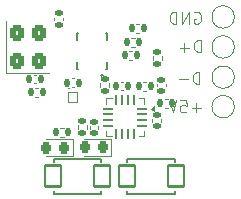
<source format=gbr>
%TF.GenerationSoftware,KiCad,Pcbnew,9.0.6*%
%TF.CreationDate,2025-11-30T22:56:02+09:00*%
%TF.ProjectId,SMORES,534d4f52-4553-42e6-9b69-6361645f7063,rev?*%
%TF.SameCoordinates,Original*%
%TF.FileFunction,Legend,Bot*%
%TF.FilePolarity,Positive*%
%FSLAX46Y46*%
G04 Gerber Fmt 4.6, Leading zero omitted, Abs format (unit mm)*
G04 Created by KiCad (PCBNEW 9.0.6) date 2025-11-30 22:56:02*
%MOMM*%
%LPD*%
G01*
G04 APERTURE LIST*
G04 Aperture macros list*
%AMRoundRect*
0 Rectangle with rounded corners*
0 $1 Rounding radius*
0 $2 $3 $4 $5 $6 $7 $8 $9 X,Y pos of 4 corners*
0 Add a 4 corners polygon primitive as box body*
4,1,4,$2,$3,$4,$5,$6,$7,$8,$9,$2,$3,0*
0 Add four circle primitives for the rounded corners*
1,1,$1+$1,$2,$3*
1,1,$1+$1,$4,$5*
1,1,$1+$1,$6,$7*
1,1,$1+$1,$8,$9*
0 Add four rect primitives between the rounded corners*
20,1,$1+$1,$2,$3,$4,$5,0*
20,1,$1+$1,$4,$5,$6,$7,0*
20,1,$1+$1,$6,$7,$8,$9,0*
20,1,$1+$1,$8,$9,$2,$3,0*%
G04 Aperture macros list end*
%ADD10C,0.100000*%
%ADD11C,0.120000*%
%ADD12C,0.127000*%
%ADD13C,0.200000*%
%ADD14C,0.010000*%
%ADD15RoundRect,0.135000X-0.185000X0.135000X-0.185000X-0.135000X0.185000X-0.135000X0.185000X0.135000X0*%
%ADD16RoundRect,0.102000X-0.675000X-0.900000X0.675000X-0.900000X0.675000X0.900000X-0.675000X0.900000X0*%
%ADD17RoundRect,0.135000X0.185000X-0.135000X0.185000X0.135000X-0.185000X0.135000X-0.185000X-0.135000X0*%
%ADD18C,1.500000*%
%ADD19RoundRect,0.135000X-0.135000X-0.185000X0.135000X-0.185000X0.135000X0.185000X-0.135000X0.185000X0*%
%ADD20RoundRect,0.140000X-0.140000X-0.170000X0.140000X-0.170000X0.140000X0.170000X-0.140000X0.170000X0*%
%ADD21RoundRect,0.218750X0.218750X0.256250X-0.218750X0.256250X-0.218750X-0.256250X0.218750X-0.256250X0*%
%ADD22RoundRect,0.135000X0.135000X0.185000X-0.135000X0.185000X-0.135000X-0.185000X0.135000X-0.185000X0*%
%ADD23RoundRect,0.140000X-0.170000X0.140000X-0.170000X-0.140000X0.170000X-0.140000X0.170000X0.140000X0*%
%ADD24RoundRect,0.062500X0.375000X0.062500X-0.375000X0.062500X-0.375000X-0.062500X0.375000X-0.062500X0*%
%ADD25RoundRect,0.062500X0.062500X0.375000X-0.062500X0.375000X-0.062500X-0.375000X0.062500X-0.375000X0*%
%ADD26R,1.600000X1.600000*%
%ADD27RoundRect,0.140000X0.140000X0.170000X-0.140000X0.170000X-0.140000X-0.170000X0.140000X-0.170000X0*%
%ADD28C,0.240000*%
%ADD29RoundRect,0.250000X0.350000X-0.450000X0.350000X0.450000X-0.350000X0.450000X-0.350000X-0.450000X0*%
%ADD30RoundRect,0.102000X0.675000X0.900000X-0.675000X0.900000X-0.675000X-0.900000X0.675000X-0.900000X0*%
G04 APERTURE END LIST*
D10*
X127396115Y-58472419D02*
X127396115Y-57472419D01*
X127396115Y-57472419D02*
X127158020Y-57472419D01*
X127158020Y-57472419D02*
X127015163Y-57520038D01*
X127015163Y-57520038D02*
X126919925Y-57615276D01*
X126919925Y-57615276D02*
X126872306Y-57710514D01*
X126872306Y-57710514D02*
X126824687Y-57900990D01*
X126824687Y-57900990D02*
X126824687Y-58043847D01*
X126824687Y-58043847D02*
X126872306Y-58234323D01*
X126872306Y-58234323D02*
X126919925Y-58329561D01*
X126919925Y-58329561D02*
X127015163Y-58424800D01*
X127015163Y-58424800D02*
X127158020Y-58472419D01*
X127158020Y-58472419D02*
X127396115Y-58472419D01*
X126396115Y-58091466D02*
X125634211Y-58091466D01*
X127496115Y-60491466D02*
X126734211Y-60491466D01*
X127115163Y-60872419D02*
X127115163Y-60110514D01*
X125781830Y-59872419D02*
X126258020Y-59872419D01*
X126258020Y-59872419D02*
X126305639Y-60348609D01*
X126305639Y-60348609D02*
X126258020Y-60300990D01*
X126258020Y-60300990D02*
X126162782Y-60253371D01*
X126162782Y-60253371D02*
X125924687Y-60253371D01*
X125924687Y-60253371D02*
X125829449Y-60300990D01*
X125829449Y-60300990D02*
X125781830Y-60348609D01*
X125781830Y-60348609D02*
X125734211Y-60443847D01*
X125734211Y-60443847D02*
X125734211Y-60681942D01*
X125734211Y-60681942D02*
X125781830Y-60777180D01*
X125781830Y-60777180D02*
X125829449Y-60824800D01*
X125829449Y-60824800D02*
X125924687Y-60872419D01*
X125924687Y-60872419D02*
X126162782Y-60872419D01*
X126162782Y-60872419D02*
X126258020Y-60824800D01*
X126258020Y-60824800D02*
X126305639Y-60777180D01*
X125448496Y-59872419D02*
X125115163Y-60872419D01*
X125115163Y-60872419D02*
X124781830Y-59872419D01*
X127496115Y-55772419D02*
X127496115Y-54772419D01*
X127496115Y-54772419D02*
X127258020Y-54772419D01*
X127258020Y-54772419D02*
X127115163Y-54820038D01*
X127115163Y-54820038D02*
X127019925Y-54915276D01*
X127019925Y-54915276D02*
X126972306Y-55010514D01*
X126972306Y-55010514D02*
X126924687Y-55200990D01*
X126924687Y-55200990D02*
X126924687Y-55343847D01*
X126924687Y-55343847D02*
X126972306Y-55534323D01*
X126972306Y-55534323D02*
X127019925Y-55629561D01*
X127019925Y-55629561D02*
X127115163Y-55724800D01*
X127115163Y-55724800D02*
X127258020Y-55772419D01*
X127258020Y-55772419D02*
X127496115Y-55772419D01*
X126496115Y-55391466D02*
X125734211Y-55391466D01*
X126115163Y-55772419D02*
X126115163Y-55010514D01*
X126972306Y-52420038D02*
X127067544Y-52372419D01*
X127067544Y-52372419D02*
X127210401Y-52372419D01*
X127210401Y-52372419D02*
X127353258Y-52420038D01*
X127353258Y-52420038D02*
X127448496Y-52515276D01*
X127448496Y-52515276D02*
X127496115Y-52610514D01*
X127496115Y-52610514D02*
X127543734Y-52800990D01*
X127543734Y-52800990D02*
X127543734Y-52943847D01*
X127543734Y-52943847D02*
X127496115Y-53134323D01*
X127496115Y-53134323D02*
X127448496Y-53229561D01*
X127448496Y-53229561D02*
X127353258Y-53324800D01*
X127353258Y-53324800D02*
X127210401Y-53372419D01*
X127210401Y-53372419D02*
X127115163Y-53372419D01*
X127115163Y-53372419D02*
X126972306Y-53324800D01*
X126972306Y-53324800D02*
X126924687Y-53277180D01*
X126924687Y-53277180D02*
X126924687Y-52943847D01*
X126924687Y-52943847D02*
X127115163Y-52943847D01*
X126496115Y-53372419D02*
X126496115Y-52372419D01*
X126496115Y-52372419D02*
X125924687Y-53372419D01*
X125924687Y-53372419D02*
X125924687Y-52372419D01*
X125448496Y-53372419D02*
X125448496Y-52372419D01*
X125448496Y-52372419D02*
X125210401Y-52372419D01*
X125210401Y-52372419D02*
X125067544Y-52420038D01*
X125067544Y-52420038D02*
X124972306Y-52515276D01*
X124972306Y-52515276D02*
X124924687Y-52610514D01*
X124924687Y-52610514D02*
X124877068Y-52800990D01*
X124877068Y-52800990D02*
X124877068Y-52943847D01*
X124877068Y-52943847D02*
X124924687Y-53134323D01*
X124924687Y-53134323D02*
X124972306Y-53229561D01*
X124972306Y-53229561D02*
X125067544Y-53324800D01*
X125067544Y-53324800D02*
X125210401Y-53372419D01*
X125210401Y-53372419D02*
X125448496Y-53372419D01*
D11*
%TO.C,R7*%
X123420000Y-56146359D02*
X123420000Y-56453641D01*
X124180000Y-56146359D02*
X124180000Y-56453641D01*
D12*
%TO.C,SW3*%
X121300000Y-64850000D02*
X121300000Y-65080000D01*
X121300000Y-67520000D02*
X121300000Y-67750000D01*
X121300000Y-67750000D02*
X125300000Y-67750000D01*
X125300000Y-64850000D02*
X121300000Y-64850000D01*
X125300000Y-64850000D02*
X125300000Y-65080000D01*
X125300000Y-67750000D02*
X125300000Y-67520000D01*
D11*
%TO.C,R2*%
X117081250Y-62295141D02*
X117081250Y-61987859D01*
X117841250Y-62295141D02*
X117841250Y-61987859D01*
%TO.C,TP5*%
X130350000Y-57900000D02*
G75*
G02*
X128450000Y-57900000I-950000J0D01*
G01*
X128450000Y-57900000D02*
G75*
G02*
X130350000Y-57900000I950000J0D01*
G01*
%TO.C,R4*%
X113447609Y-58780250D02*
X113754891Y-58780250D01*
X113447609Y-59540250D02*
X113754891Y-59540250D01*
%TO.C,C26*%
X113373414Y-57684750D02*
X113589086Y-57684750D01*
X113373414Y-58404750D02*
X113589086Y-58404750D01*
%TO.C,D1*%
X117648750Y-63106500D02*
X119933750Y-63106500D01*
X119933750Y-63106500D02*
X119933750Y-64576500D01*
X119933750Y-64576500D02*
X117648750Y-64576500D01*
%TO.C,TP3*%
X130350000Y-52800000D02*
G75*
G02*
X128450000Y-52800000I-950000J0D01*
G01*
X128450000Y-52800000D02*
G75*
G02*
X130350000Y-52800000I950000J0D01*
G01*
%TO.C,R10*%
X121914891Y-54580250D02*
X121607609Y-54580250D01*
X121914891Y-55340250D02*
X121607609Y-55340250D01*
%TO.C,R5*%
X115904891Y-62180250D02*
X115597609Y-62180250D01*
X115904891Y-62940250D02*
X115597609Y-62940250D01*
%TO.C,C3*%
X120733414Y-58281500D02*
X120949086Y-58281500D01*
X120733414Y-59001500D02*
X120949086Y-59001500D01*
%TO.C,R6*%
X118981250Y-58713891D02*
X118981250Y-58406609D01*
X119741250Y-58713891D02*
X119741250Y-58406609D01*
%TO.C,R3*%
X122904891Y-58280250D02*
X122597609Y-58280250D01*
X122904891Y-59040250D02*
X122597609Y-59040250D01*
%TO.C,C15*%
X123801250Y-58472414D02*
X123801250Y-58688086D01*
X124521250Y-58472414D02*
X124521250Y-58688086D01*
%TO.C,U2*%
X119501250Y-59694000D02*
X119501250Y-60169000D01*
X119501250Y-62439000D02*
X119501250Y-62914000D01*
X119501250Y-62914000D02*
X119976250Y-62914000D01*
X119976250Y-59694000D02*
X119501250Y-59694000D01*
X122246250Y-62914000D02*
X122721250Y-62914000D01*
X122721250Y-59694000D02*
X122246250Y-59694000D01*
X122721250Y-60169000D02*
X122721250Y-59694000D01*
X122721250Y-62914000D02*
X122721250Y-62439000D01*
X123581250Y-60794000D02*
X123251250Y-60554000D01*
X123581250Y-60314000D01*
X123581250Y-60794000D01*
G36*
X123581250Y-60794000D02*
G01*
X123251250Y-60554000D01*
X123581250Y-60314000D01*
X123581250Y-60794000D01*
G37*
%TO.C,C27*%
X116806586Y-58006250D02*
X116590914Y-58006250D01*
X116806586Y-58726250D02*
X116590914Y-58726250D01*
%TO.C,TP4*%
X130350000Y-55340000D02*
G75*
G02*
X128450000Y-55340000I-950000J0D01*
G01*
X128450000Y-55340000D02*
G75*
G02*
X130350000Y-55340000I950000J0D01*
G01*
%TO.C,C1*%
X118101250Y-62033664D02*
X118101250Y-62249336D01*
X118821250Y-62033664D02*
X118821250Y-62249336D01*
%TO.C,C2*%
X123401250Y-61453664D02*
X123401250Y-61669336D01*
X124121250Y-61453664D02*
X124121250Y-61669336D01*
%TO.C,R8*%
X121714891Y-55680250D02*
X121407609Y-55680250D01*
X121714891Y-56440250D02*
X121407609Y-56440250D01*
%TO.C,R1*%
X124436359Y-59720000D02*
X124743641Y-59720000D01*
X124436359Y-60480000D02*
X124743641Y-60480000D01*
%TO.C,U6*%
D10*
X117061250Y-59960250D02*
X116261250Y-59960250D01*
X116261250Y-59160250D01*
X117061250Y-59160250D01*
X117061250Y-59960250D01*
X116411250Y-58860250D02*
G75*
G02*
X116311250Y-58860250I-50000J0D01*
G01*
X116311250Y-58860250D02*
G75*
G02*
X116411250Y-58860250I50000J0D01*
G01*
D11*
%TO.C,TP6*%
X130350000Y-60400000D02*
G75*
G02*
X128450000Y-60400000I-950000J0D01*
G01*
X128450000Y-60400000D02*
G75*
G02*
X130350000Y-60400000I950000J0D01*
G01*
%TO.C,Y1*%
X111051250Y-57504750D02*
X111051250Y-53184750D01*
X114671250Y-57504750D02*
X111051250Y-57504750D01*
%TO.C,C25*%
X115101250Y-52856914D02*
X115101250Y-53072586D01*
X115821250Y-52856914D02*
X115821250Y-53072586D01*
%TO.C,R9*%
X122304891Y-53380250D02*
X121997609Y-53380250D01*
X122304891Y-54140250D02*
X121997609Y-54140250D01*
%TO.C,D2*%
X114373750Y-63125250D02*
X116658750Y-63125250D01*
X116658750Y-63125250D02*
X116658750Y-64595250D01*
X116658750Y-64595250D02*
X114373750Y-64595250D01*
D12*
%TO.C,SW2*%
X115050000Y-64850000D02*
X115050000Y-65080000D01*
X115050000Y-67750000D02*
X115050000Y-67520000D01*
X115050000Y-67750000D02*
X119050000Y-67750000D01*
X119050000Y-64850000D02*
X115050000Y-64850000D01*
X119050000Y-65080000D02*
X119050000Y-64850000D01*
X119050000Y-67750000D02*
X119050000Y-67520000D01*
%TO.C,U3*%
X117061250Y-54197750D02*
X117061250Y-54752750D01*
X117061250Y-54197750D02*
X117116250Y-54197750D01*
X117061250Y-56642750D02*
X117061250Y-57197750D01*
X117061250Y-57197750D02*
X117116250Y-57197750D01*
X119561250Y-54197750D02*
X119506250Y-54197750D01*
X119561250Y-54752750D02*
X119561250Y-54197750D01*
X119561250Y-57197750D02*
X119506250Y-57197750D01*
X119561250Y-57197750D02*
X119561250Y-56642750D01*
D13*
X119261250Y-57766750D02*
G75*
G02*
X119061250Y-57766750I-100000J0D01*
G01*
X119061250Y-57766750D02*
G75*
G02*
X119261250Y-57766750I100000J0D01*
G01*
%TD*%
%LPC*%
D14*
%TO.C,U3*%
X117686250Y-55372750D02*
X117111250Y-55372750D01*
X117111250Y-55022750D01*
X117686250Y-55022750D01*
X117686250Y-55372750D01*
G36*
X117686250Y-55372750D02*
G01*
X117111250Y-55372750D01*
X117111250Y-55022750D01*
X117686250Y-55022750D01*
X117686250Y-55372750D01*
G37*
X117686250Y-55872750D02*
X117111250Y-55872750D01*
X117111250Y-55522750D01*
X117686250Y-55522750D01*
X117686250Y-55872750D01*
G36*
X117686250Y-55872750D02*
G01*
X117111250Y-55872750D01*
X117111250Y-55522750D01*
X117686250Y-55522750D01*
X117686250Y-55872750D01*
G37*
X117686250Y-56372750D02*
X117111250Y-56372750D01*
X117111250Y-56022750D01*
X117686250Y-56022750D01*
X117686250Y-56372750D01*
G36*
X117686250Y-56372750D02*
G01*
X117111250Y-56372750D01*
X117111250Y-56022750D01*
X117686250Y-56022750D01*
X117686250Y-56372750D01*
G37*
X117736250Y-54822750D02*
X117386250Y-54822750D01*
X117386250Y-54247750D01*
X117736250Y-54247750D01*
X117736250Y-54822750D01*
G36*
X117736250Y-54822750D02*
G01*
X117386250Y-54822750D01*
X117386250Y-54247750D01*
X117736250Y-54247750D01*
X117736250Y-54822750D01*
G37*
X117736250Y-57147750D02*
X117386250Y-57147750D01*
X117386250Y-56572750D01*
X117736250Y-56572750D01*
X117736250Y-57147750D01*
G36*
X117736250Y-57147750D02*
G01*
X117386250Y-57147750D01*
X117386250Y-56572750D01*
X117736250Y-56572750D01*
X117736250Y-57147750D01*
G37*
X118236250Y-54822750D02*
X117886250Y-54822750D01*
X117886250Y-54247750D01*
X118236250Y-54247750D01*
X118236250Y-54822750D01*
G36*
X118236250Y-54822750D02*
G01*
X117886250Y-54822750D01*
X117886250Y-54247750D01*
X118236250Y-54247750D01*
X118236250Y-54822750D01*
G37*
X118236250Y-57147750D02*
X117886250Y-57147750D01*
X117886250Y-56572750D01*
X118236250Y-56572750D01*
X118236250Y-57147750D01*
G36*
X118236250Y-57147750D02*
G01*
X117886250Y-57147750D01*
X117886250Y-56572750D01*
X118236250Y-56572750D01*
X118236250Y-57147750D01*
G37*
X118736250Y-54822750D02*
X118386250Y-54822750D01*
X118386250Y-54247750D01*
X118736250Y-54247750D01*
X118736250Y-54822750D01*
G36*
X118736250Y-54822750D02*
G01*
X118386250Y-54822750D01*
X118386250Y-54247750D01*
X118736250Y-54247750D01*
X118736250Y-54822750D01*
G37*
X118736250Y-57147750D02*
X118386250Y-57147750D01*
X118386250Y-56572750D01*
X118736250Y-56572750D01*
X118736250Y-57147750D01*
G36*
X118736250Y-57147750D02*
G01*
X118386250Y-57147750D01*
X118386250Y-56572750D01*
X118736250Y-56572750D01*
X118736250Y-57147750D01*
G37*
X119236250Y-54822750D02*
X118886250Y-54822750D01*
X118886250Y-54247750D01*
X119236250Y-54247750D01*
X119236250Y-54822750D01*
G36*
X119236250Y-54822750D02*
G01*
X118886250Y-54822750D01*
X118886250Y-54247750D01*
X119236250Y-54247750D01*
X119236250Y-54822750D01*
G37*
X119236250Y-57147750D02*
X118886250Y-57147750D01*
X118886250Y-56572750D01*
X119236250Y-56572750D01*
X119236250Y-57147750D01*
G36*
X119236250Y-57147750D02*
G01*
X118886250Y-57147750D01*
X118886250Y-56572750D01*
X119236250Y-56572750D01*
X119236250Y-57147750D01*
G37*
X119511250Y-55372750D02*
X118936250Y-55372750D01*
X118936250Y-55022750D01*
X119511250Y-55022750D01*
X119511250Y-55372750D01*
G36*
X119511250Y-55372750D02*
G01*
X118936250Y-55372750D01*
X118936250Y-55022750D01*
X119511250Y-55022750D01*
X119511250Y-55372750D01*
G37*
X119511250Y-55872750D02*
X118936250Y-55872750D01*
X118936250Y-55522750D01*
X119511250Y-55522750D01*
X119511250Y-55872750D01*
G36*
X119511250Y-55872750D02*
G01*
X118936250Y-55872750D01*
X118936250Y-55522750D01*
X119511250Y-55522750D01*
X119511250Y-55872750D01*
G37*
X119511250Y-56372750D02*
X118936250Y-56372750D01*
X118936250Y-56022750D01*
X119511250Y-56022750D01*
X119511250Y-56372750D01*
G36*
X119511250Y-56372750D02*
G01*
X118936250Y-56372750D01*
X118936250Y-56022750D01*
X119511250Y-56022750D01*
X119511250Y-56372750D01*
G37*
%TD*%
D15*
%TO.C,R7*%
X123800000Y-55790000D03*
X123800000Y-56810000D03*
%TD*%
D16*
%TO.C,SW3*%
X121225000Y-66300000D03*
X125375000Y-66300000D03*
%TD*%
D17*
%TO.C,R2*%
X117461250Y-62651500D03*
X117461250Y-61631500D03*
%TD*%
D18*
%TO.C,TP5*%
X129400000Y-57900000D03*
%TD*%
D19*
%TO.C,R4*%
X113091250Y-59160250D03*
X114111250Y-59160250D03*
%TD*%
D20*
%TO.C,C26*%
X113001250Y-58044750D03*
X113961250Y-58044750D03*
%TD*%
D21*
%TO.C,D1*%
X119236250Y-63841500D03*
X117661250Y-63841500D03*
%TD*%
D18*
%TO.C,TP3*%
X129400000Y-52800000D03*
%TD*%
D22*
%TO.C,R10*%
X122271250Y-54960250D03*
X121251250Y-54960250D03*
%TD*%
%TO.C,R5*%
X116261250Y-62560250D03*
X115241250Y-62560250D03*
%TD*%
D20*
%TO.C,C3*%
X120361250Y-58641500D03*
X121321250Y-58641500D03*
%TD*%
D17*
%TO.C,R6*%
X119361250Y-59070250D03*
X119361250Y-58050250D03*
%TD*%
D22*
%TO.C,R3*%
X123261250Y-58660250D03*
X122241250Y-58660250D03*
%TD*%
D23*
%TO.C,C15*%
X124161250Y-58100250D03*
X124161250Y-59060250D03*
%TD*%
D24*
%TO.C,U2*%
X122548750Y-60554000D03*
X122548750Y-61054000D03*
X122548750Y-61554000D03*
X122548750Y-62054000D03*
D25*
X121861250Y-62741500D03*
X121361250Y-62741500D03*
X120861250Y-62741500D03*
X120361250Y-62741500D03*
D24*
X119673750Y-62054000D03*
X119673750Y-61554000D03*
X119673750Y-61054000D03*
X119673750Y-60554000D03*
D25*
X120361250Y-59866500D03*
X120861250Y-59866500D03*
X121361250Y-59866500D03*
X121861250Y-59866500D03*
D26*
X121111250Y-61304000D03*
%TD*%
D27*
%TO.C,C27*%
X117178750Y-58366250D03*
X116218750Y-58366250D03*
%TD*%
D18*
%TO.C,TP4*%
X129400000Y-55340000D03*
%TD*%
D23*
%TO.C,C1*%
X118461250Y-61661500D03*
X118461250Y-62621500D03*
%TD*%
%TO.C,C2*%
X123761250Y-61081500D03*
X123761250Y-62041500D03*
%TD*%
D22*
%TO.C,R8*%
X122071250Y-56060250D03*
X121051250Y-56060250D03*
%TD*%
D19*
%TO.C,R1*%
X124080000Y-60100000D03*
X125100000Y-60100000D03*
%TD*%
D28*
%TO.C,U6*%
X116461250Y-59360250D03*
X116461250Y-59760250D03*
X116861250Y-59360250D03*
X116861250Y-59760250D03*
%TD*%
D18*
%TO.C,TP6*%
X129400000Y-60400000D03*
%TD*%
D29*
%TO.C,Y1*%
X111911250Y-56544750D03*
X111911250Y-54144750D03*
X113811250Y-54144750D03*
X113811250Y-56544750D03*
%TD*%
D23*
%TO.C,C25*%
X115461250Y-52484750D03*
X115461250Y-53444750D03*
%TD*%
D22*
%TO.C,R9*%
X122661250Y-53760250D03*
X121641250Y-53760250D03*
%TD*%
D21*
%TO.C,D2*%
X115961250Y-63860250D03*
X114386250Y-63860250D03*
%TD*%
D30*
%TO.C,SW2*%
X119125000Y-66300000D03*
X114975000Y-66300000D03*
%TD*%
%LPD*%
M02*

</source>
